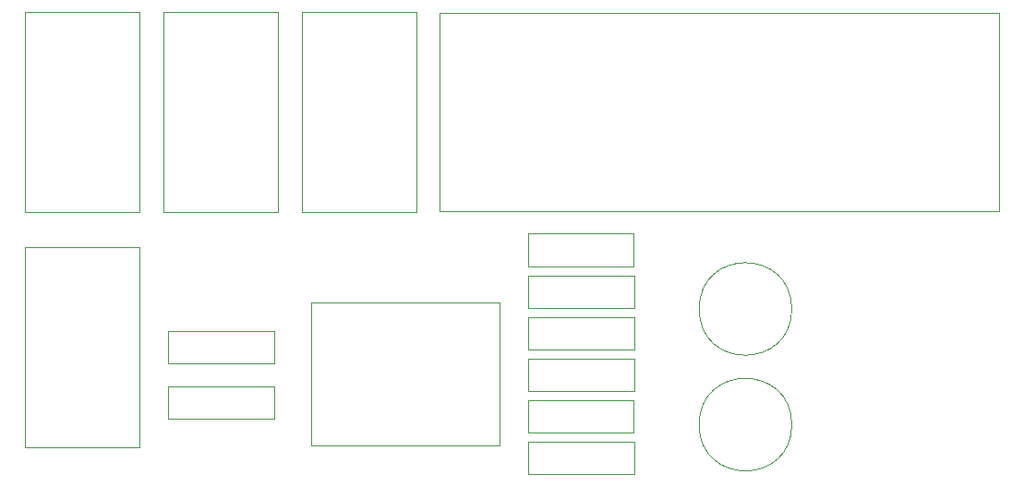
<source format=gbr>
%TF.GenerationSoftware,KiCad,Pcbnew,7.0.1*%
%TF.CreationDate,2023-07-19T12:38:44+03:00*%
%TF.ProjectId,deltaAY,64656c74-6141-4592-9e6b-696361645f70,rev?*%
%TF.SameCoordinates,Original*%
%TF.FileFunction,Other,User*%
%FSLAX46Y46*%
G04 Gerber Fmt 4.6, Leading zero omitted, Abs format (unit mm)*
G04 Created by KiCad (PCBNEW 7.0.1) date 2023-07-19 12:38:44*
%MOMM*%
%LPD*%
G01*
G04 APERTURE LIST*
%ADD10C,0.050000*%
G04 APERTURE END LIST*
D10*
%TO.C,U2*%
X76380000Y-63475200D02*
X76380000Y-45125200D01*
X76380000Y-45125200D02*
X65830000Y-45125200D01*
X65830000Y-63475200D02*
X76380000Y-63475200D01*
X65830000Y-45125200D02*
X65830000Y-63475200D01*
%TO.C,C2*%
X123472600Y-83007200D02*
G75*
G03*
X123472600Y-83007200I-4250000J0D01*
G01*
%TO.C,U1*%
X63680000Y-63475200D02*
X63680000Y-45125200D01*
X63680000Y-45125200D02*
X53130000Y-45125200D01*
X53130000Y-63475200D02*
X63680000Y-63475200D01*
X53130000Y-45125200D02*
X53130000Y-63475200D01*
%TO.C,C1*%
X123472600Y-72390000D02*
G75*
G03*
X123472600Y-72390000I-4250000J0D01*
G01*
%TO.C,R7*%
X108990000Y-83745200D02*
X108990000Y-80745200D01*
X108990000Y-80745200D02*
X99270000Y-80745200D01*
X99270000Y-83745200D02*
X108990000Y-83745200D01*
X99270000Y-80745200D02*
X99270000Y-83745200D01*
%TO.C,R2*%
X75980000Y-82475200D02*
X75980000Y-79475200D01*
X75980000Y-79475200D02*
X66260000Y-79475200D01*
X66260000Y-82475200D02*
X75980000Y-82475200D01*
X66260000Y-79475200D02*
X66260000Y-82475200D01*
%TO.C,R8*%
X109000000Y-87555200D02*
X109000000Y-84555200D01*
X109000000Y-84555200D02*
X99280000Y-84555200D01*
X99280000Y-87555200D02*
X109000000Y-87555200D01*
X99280000Y-84555200D02*
X99280000Y-87555200D01*
%TO.C,R3*%
X99270000Y-65465200D02*
X99270000Y-68465200D01*
X99270000Y-68465200D02*
X108990000Y-68465200D01*
X108990000Y-65465200D02*
X99270000Y-65465200D01*
X108990000Y-68465200D02*
X108990000Y-65465200D01*
%TO.C,R1*%
X66260000Y-74395200D02*
X66260000Y-77395200D01*
X66260000Y-77395200D02*
X75980000Y-77395200D01*
X75980000Y-74395200D02*
X66260000Y-74395200D01*
X75980000Y-77395200D02*
X75980000Y-74395200D01*
%TO.C,R6*%
X109000000Y-79935200D02*
X109000000Y-76935200D01*
X109000000Y-76935200D02*
X99280000Y-76935200D01*
X99280000Y-79935200D02*
X109000000Y-79935200D01*
X99280000Y-76935200D02*
X99280000Y-79935200D01*
%TO.C,U5*%
X63695000Y-85065200D02*
X63695000Y-66715200D01*
X63695000Y-66715200D02*
X53145000Y-66715200D01*
X53145000Y-85065200D02*
X63695000Y-85065200D01*
X53145000Y-66715200D02*
X53145000Y-85065200D01*
%TO.C,U3*%
X89095000Y-63480200D02*
X89095000Y-45130200D01*
X89095000Y-45130200D02*
X78545000Y-45130200D01*
X78545000Y-63480200D02*
X89095000Y-63480200D01*
X78545000Y-45130200D02*
X78545000Y-63480200D01*
%TO.C,R5*%
X99280000Y-73125200D02*
X99280000Y-76125200D01*
X99280000Y-76125200D02*
X109000000Y-76125200D01*
X109000000Y-73125200D02*
X99280000Y-73125200D01*
X109000000Y-76125200D02*
X109000000Y-73125200D01*
%TO.C,Y1*%
X79361000Y-84934400D02*
X96661000Y-84934400D01*
X96661000Y-84934400D02*
X96661000Y-71834400D01*
X79361000Y-71834400D02*
X79361000Y-84934400D01*
X96661000Y-71834400D02*
X79361000Y-71834400D01*
%TO.C,R4*%
X99280000Y-69315200D02*
X99280000Y-72315200D01*
X99280000Y-72315200D02*
X109000000Y-72315200D01*
X109000000Y-69315200D02*
X99280000Y-69315200D01*
X109000000Y-72315200D02*
X109000000Y-69315200D01*
%TO.C,U4*%
X91160000Y-63425200D02*
X142510000Y-63425200D01*
X142510000Y-63425200D02*
X142510000Y-45225200D01*
X91160000Y-45225200D02*
X91160000Y-63425200D01*
X142510000Y-45225200D02*
X91160000Y-45225200D01*
%TD*%
M02*

</source>
